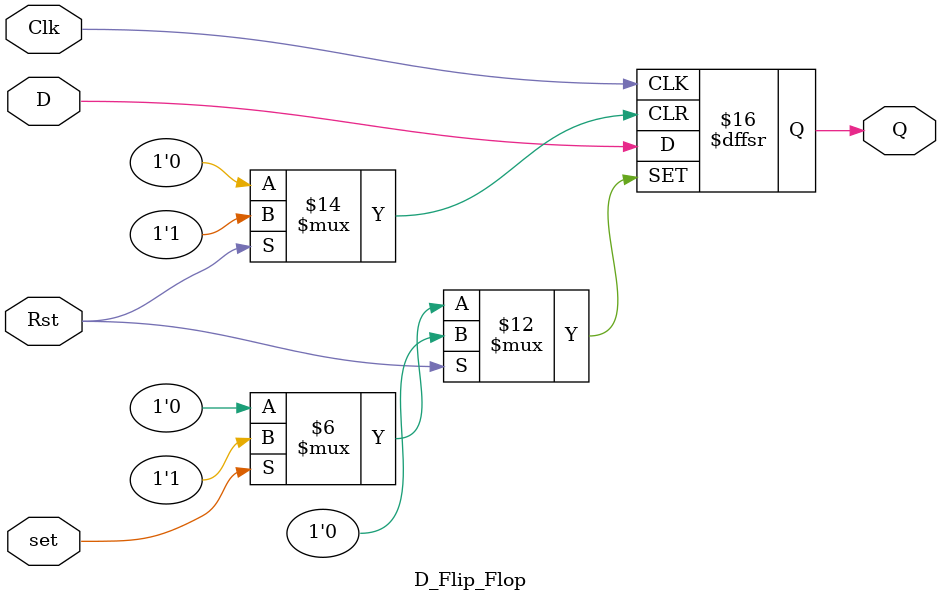
<source format=v>
module D_Flip_Flop(D,Q,Rst,Clk,set);
input D,Rst,Clk,set;
output reg Q;

always@(posedge Clk,posedge Rst, posedge set) begin
if(set == 1) begin
Q <= 1;
end
else if(Rst == 1) begin
Q <= 0;
end
else begin
Q <= D;
end
end

endmodule
</source>
